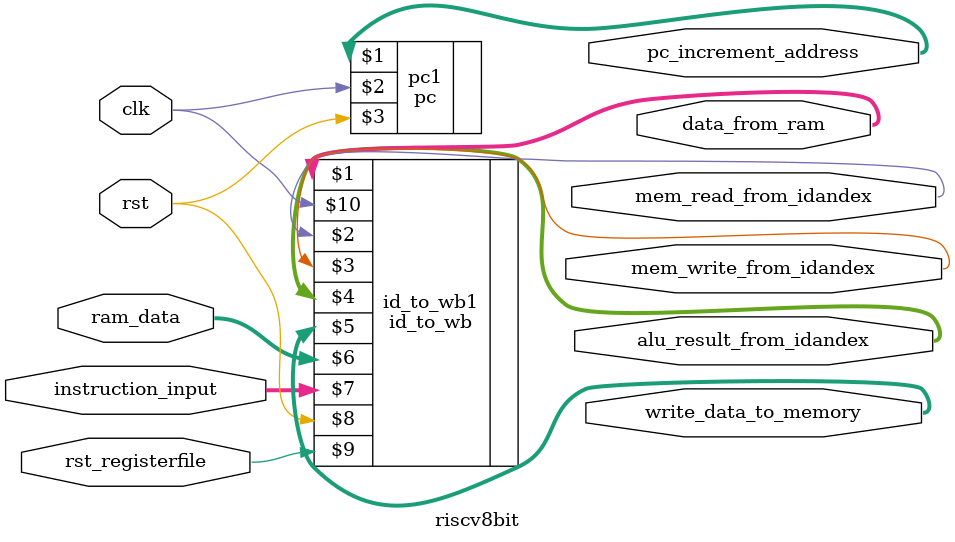
<source format=v>
`include "../rtl/pc.v"
`include "../rtl/id_to_wb.v"

`timescale 1ns / 1ps
module riscv8bit(
	output wire [7:0] data_from_ram,//result_from_RAM to see the result
	//RAM
	output wire mem_read_from_idandex,
	output wire mem_write_from_idandex,
	output wire [7:0] alu_result_from_idandex,		//同时连接memwb
	output wire [7:0] write_data_to_memory,
	input wire [7:0] ram_data,
	
	//ROM
	output wire [7:0] pc_increment_address,
	
	
	input wire [15:0] instruction_input,
	input wire rst,
	input wire rst_registerfile,
	input wire clk 
);

id_to_wb id_to_wb1(data_from_ram,
				   mem_read_from_idandex,
				   mem_write_from_idandex,
				   alu_result_from_idandex,		
				   write_data_to_memory,
	
				   ram_data,
	
				   instruction_input,
				   rst,
				   rst_registerfile,
				   clk
);

pc pc1(pc_increment_address,	// instruction for 16 bit
	
	   clk,
	   rst
);


endmodule
</source>
